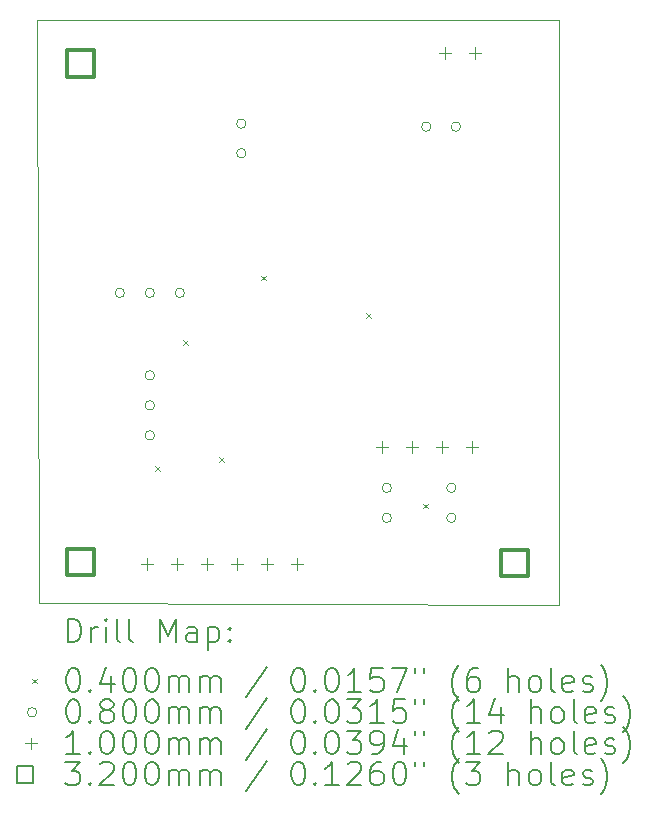
<source format=gbr>
%TF.GenerationSoftware,KiCad,Pcbnew,7.0.7*%
%TF.CreationDate,2024-03-21T17:46:49+00:00*%
%TF.ProjectId,BT401_Digimodes,42543430-315f-4446-9967-696d6f646573,rev?*%
%TF.SameCoordinates,Original*%
%TF.FileFunction,Drillmap*%
%TF.FilePolarity,Positive*%
%FSLAX45Y45*%
G04 Gerber Fmt 4.5, Leading zero omitted, Abs format (unit mm)*
G04 Created by KiCad (PCBNEW 7.0.7) date 2024-03-21 17:46:49*
%MOMM*%
%LPD*%
G01*
G04 APERTURE LIST*
%ADD10C,0.100000*%
%ADD11C,0.200000*%
%ADD12C,0.040000*%
%ADD13C,0.080000*%
%ADD14C,0.320000*%
G04 APERTURE END LIST*
D10*
X12700000Y-5194300D02*
X17119600Y-5194300D01*
X12712700Y-10134600D02*
X12700000Y-5194300D01*
X17119600Y-5194300D02*
X17119600Y-10147300D01*
X17119600Y-10147300D02*
X12712700Y-10134600D01*
D11*
D12*
X13696000Y-8971600D02*
X13736000Y-9011600D01*
X13736000Y-8971600D02*
X13696000Y-9011600D01*
X13937300Y-7904800D02*
X13977300Y-7944800D01*
X13977300Y-7904800D02*
X13937300Y-7944800D01*
X14242100Y-8895400D02*
X14282100Y-8935400D01*
X14282100Y-8895400D02*
X14242100Y-8935400D01*
X14597700Y-7358700D02*
X14637700Y-7398700D01*
X14637700Y-7358700D02*
X14597700Y-7398700D01*
X15486700Y-7676200D02*
X15526700Y-7716200D01*
X15526700Y-7676200D02*
X15486700Y-7716200D01*
X15969300Y-9289100D02*
X16009300Y-9329100D01*
X16009300Y-9289100D02*
X15969300Y-9329100D01*
D13*
X13438500Y-7505700D02*
G75*
G03*
X13438500Y-7505700I-40000J0D01*
G01*
X13692500Y-7505700D02*
G75*
G03*
X13692500Y-7505700I-40000J0D01*
G01*
X13692500Y-8204200D02*
G75*
G03*
X13692500Y-8204200I-40000J0D01*
G01*
X13692500Y-8458200D02*
G75*
G03*
X13692500Y-8458200I-40000J0D01*
G01*
X13692500Y-8712200D02*
G75*
G03*
X13692500Y-8712200I-40000J0D01*
G01*
X13946500Y-7505700D02*
G75*
G03*
X13946500Y-7505700I-40000J0D01*
G01*
X14467200Y-6073100D02*
G75*
G03*
X14467200Y-6073100I-40000J0D01*
G01*
X14467200Y-6323100D02*
G75*
G03*
X14467200Y-6323100I-40000J0D01*
G01*
X15699100Y-9156700D02*
G75*
G03*
X15699100Y-9156700I-40000J0D01*
G01*
X15699100Y-9410700D02*
G75*
G03*
X15699100Y-9410700I-40000J0D01*
G01*
X16033300Y-6098500D02*
G75*
G03*
X16033300Y-6098500I-40000J0D01*
G01*
X16245200Y-9156700D02*
G75*
G03*
X16245200Y-9156700I-40000J0D01*
G01*
X16245200Y-9410700D02*
G75*
G03*
X16245200Y-9410700I-40000J0D01*
G01*
X16283300Y-6098500D02*
G75*
G03*
X16283300Y-6098500I-40000J0D01*
G01*
D10*
X13627100Y-9754400D02*
X13627100Y-9854400D01*
X13577100Y-9804400D02*
X13677100Y-9804400D01*
X13881100Y-9754400D02*
X13881100Y-9854400D01*
X13831100Y-9804400D02*
X13931100Y-9804400D01*
X14135100Y-9754400D02*
X14135100Y-9854400D01*
X14085100Y-9804400D02*
X14185100Y-9804400D01*
X14389100Y-9754400D02*
X14389100Y-9854400D01*
X14339100Y-9804400D02*
X14439100Y-9804400D01*
X14643100Y-9754400D02*
X14643100Y-9854400D01*
X14593100Y-9804400D02*
X14693100Y-9804400D01*
X14897100Y-9754400D02*
X14897100Y-9854400D01*
X14847100Y-9804400D02*
X14947100Y-9804400D01*
X15621000Y-8763800D02*
X15621000Y-8863800D01*
X15571000Y-8813800D02*
X15671000Y-8813800D01*
X15875000Y-8763800D02*
X15875000Y-8863800D01*
X15825000Y-8813800D02*
X15925000Y-8813800D01*
X16129000Y-8763800D02*
X16129000Y-8863800D01*
X16079000Y-8813800D02*
X16179000Y-8813800D01*
X16154400Y-5423700D02*
X16154400Y-5523700D01*
X16104400Y-5473700D02*
X16204400Y-5473700D01*
X16383000Y-8763800D02*
X16383000Y-8863800D01*
X16333000Y-8813800D02*
X16433000Y-8813800D01*
X16408400Y-5423700D02*
X16408400Y-5523700D01*
X16358400Y-5473700D02*
X16458400Y-5473700D01*
D14*
X13178898Y-9897218D02*
X13178898Y-9670942D01*
X12952622Y-9670942D01*
X12952622Y-9897218D01*
X13178898Y-9897218D01*
X13181438Y-5675738D02*
X13181438Y-5449462D01*
X12955162Y-5449462D01*
X12955162Y-5675738D01*
X13181438Y-5675738D01*
X16851738Y-9904838D02*
X16851738Y-9678562D01*
X16625462Y-9678562D01*
X16625462Y-9904838D01*
X16851738Y-9904838D01*
D11*
X12955777Y-10463784D02*
X12955777Y-10263784D01*
X12955777Y-10263784D02*
X13003396Y-10263784D01*
X13003396Y-10263784D02*
X13031967Y-10273308D01*
X13031967Y-10273308D02*
X13051015Y-10292355D01*
X13051015Y-10292355D02*
X13060539Y-10311403D01*
X13060539Y-10311403D02*
X13070062Y-10349498D01*
X13070062Y-10349498D02*
X13070062Y-10378070D01*
X13070062Y-10378070D02*
X13060539Y-10416165D01*
X13060539Y-10416165D02*
X13051015Y-10435212D01*
X13051015Y-10435212D02*
X13031967Y-10454260D01*
X13031967Y-10454260D02*
X13003396Y-10463784D01*
X13003396Y-10463784D02*
X12955777Y-10463784D01*
X13155777Y-10463784D02*
X13155777Y-10330450D01*
X13155777Y-10368546D02*
X13165301Y-10349498D01*
X13165301Y-10349498D02*
X13174824Y-10339974D01*
X13174824Y-10339974D02*
X13193872Y-10330450D01*
X13193872Y-10330450D02*
X13212920Y-10330450D01*
X13279586Y-10463784D02*
X13279586Y-10330450D01*
X13279586Y-10263784D02*
X13270062Y-10273308D01*
X13270062Y-10273308D02*
X13279586Y-10282831D01*
X13279586Y-10282831D02*
X13289110Y-10273308D01*
X13289110Y-10273308D02*
X13279586Y-10263784D01*
X13279586Y-10263784D02*
X13279586Y-10282831D01*
X13403396Y-10463784D02*
X13384348Y-10454260D01*
X13384348Y-10454260D02*
X13374824Y-10435212D01*
X13374824Y-10435212D02*
X13374824Y-10263784D01*
X13508158Y-10463784D02*
X13489110Y-10454260D01*
X13489110Y-10454260D02*
X13479586Y-10435212D01*
X13479586Y-10435212D02*
X13479586Y-10263784D01*
X13736729Y-10463784D02*
X13736729Y-10263784D01*
X13736729Y-10263784D02*
X13803396Y-10406641D01*
X13803396Y-10406641D02*
X13870062Y-10263784D01*
X13870062Y-10263784D02*
X13870062Y-10463784D01*
X14051015Y-10463784D02*
X14051015Y-10359022D01*
X14051015Y-10359022D02*
X14041491Y-10339974D01*
X14041491Y-10339974D02*
X14022443Y-10330450D01*
X14022443Y-10330450D02*
X13984348Y-10330450D01*
X13984348Y-10330450D02*
X13965301Y-10339974D01*
X14051015Y-10454260D02*
X14031967Y-10463784D01*
X14031967Y-10463784D02*
X13984348Y-10463784D01*
X13984348Y-10463784D02*
X13965301Y-10454260D01*
X13965301Y-10454260D02*
X13955777Y-10435212D01*
X13955777Y-10435212D02*
X13955777Y-10416165D01*
X13955777Y-10416165D02*
X13965301Y-10397117D01*
X13965301Y-10397117D02*
X13984348Y-10387593D01*
X13984348Y-10387593D02*
X14031967Y-10387593D01*
X14031967Y-10387593D02*
X14051015Y-10378070D01*
X14146253Y-10330450D02*
X14146253Y-10530450D01*
X14146253Y-10339974D02*
X14165301Y-10330450D01*
X14165301Y-10330450D02*
X14203396Y-10330450D01*
X14203396Y-10330450D02*
X14222443Y-10339974D01*
X14222443Y-10339974D02*
X14231967Y-10349498D01*
X14231967Y-10349498D02*
X14241491Y-10368546D01*
X14241491Y-10368546D02*
X14241491Y-10425689D01*
X14241491Y-10425689D02*
X14231967Y-10444736D01*
X14231967Y-10444736D02*
X14222443Y-10454260D01*
X14222443Y-10454260D02*
X14203396Y-10463784D01*
X14203396Y-10463784D02*
X14165301Y-10463784D01*
X14165301Y-10463784D02*
X14146253Y-10454260D01*
X14327205Y-10444736D02*
X14336729Y-10454260D01*
X14336729Y-10454260D02*
X14327205Y-10463784D01*
X14327205Y-10463784D02*
X14317682Y-10454260D01*
X14317682Y-10454260D02*
X14327205Y-10444736D01*
X14327205Y-10444736D02*
X14327205Y-10463784D01*
X14327205Y-10339974D02*
X14336729Y-10349498D01*
X14336729Y-10349498D02*
X14327205Y-10359022D01*
X14327205Y-10359022D02*
X14317682Y-10349498D01*
X14317682Y-10349498D02*
X14327205Y-10339974D01*
X14327205Y-10339974D02*
X14327205Y-10359022D01*
D12*
X12655000Y-10772300D02*
X12695000Y-10812300D01*
X12695000Y-10772300D02*
X12655000Y-10812300D01*
D11*
X12993872Y-10683784D02*
X13012920Y-10683784D01*
X13012920Y-10683784D02*
X13031967Y-10693308D01*
X13031967Y-10693308D02*
X13041491Y-10702831D01*
X13041491Y-10702831D02*
X13051015Y-10721879D01*
X13051015Y-10721879D02*
X13060539Y-10759974D01*
X13060539Y-10759974D02*
X13060539Y-10807593D01*
X13060539Y-10807593D02*
X13051015Y-10845689D01*
X13051015Y-10845689D02*
X13041491Y-10864736D01*
X13041491Y-10864736D02*
X13031967Y-10874260D01*
X13031967Y-10874260D02*
X13012920Y-10883784D01*
X13012920Y-10883784D02*
X12993872Y-10883784D01*
X12993872Y-10883784D02*
X12974824Y-10874260D01*
X12974824Y-10874260D02*
X12965301Y-10864736D01*
X12965301Y-10864736D02*
X12955777Y-10845689D01*
X12955777Y-10845689D02*
X12946253Y-10807593D01*
X12946253Y-10807593D02*
X12946253Y-10759974D01*
X12946253Y-10759974D02*
X12955777Y-10721879D01*
X12955777Y-10721879D02*
X12965301Y-10702831D01*
X12965301Y-10702831D02*
X12974824Y-10693308D01*
X12974824Y-10693308D02*
X12993872Y-10683784D01*
X13146253Y-10864736D02*
X13155777Y-10874260D01*
X13155777Y-10874260D02*
X13146253Y-10883784D01*
X13146253Y-10883784D02*
X13136729Y-10874260D01*
X13136729Y-10874260D02*
X13146253Y-10864736D01*
X13146253Y-10864736D02*
X13146253Y-10883784D01*
X13327205Y-10750450D02*
X13327205Y-10883784D01*
X13279586Y-10674260D02*
X13231967Y-10817117D01*
X13231967Y-10817117D02*
X13355777Y-10817117D01*
X13470062Y-10683784D02*
X13489110Y-10683784D01*
X13489110Y-10683784D02*
X13508158Y-10693308D01*
X13508158Y-10693308D02*
X13517682Y-10702831D01*
X13517682Y-10702831D02*
X13527205Y-10721879D01*
X13527205Y-10721879D02*
X13536729Y-10759974D01*
X13536729Y-10759974D02*
X13536729Y-10807593D01*
X13536729Y-10807593D02*
X13527205Y-10845689D01*
X13527205Y-10845689D02*
X13517682Y-10864736D01*
X13517682Y-10864736D02*
X13508158Y-10874260D01*
X13508158Y-10874260D02*
X13489110Y-10883784D01*
X13489110Y-10883784D02*
X13470062Y-10883784D01*
X13470062Y-10883784D02*
X13451015Y-10874260D01*
X13451015Y-10874260D02*
X13441491Y-10864736D01*
X13441491Y-10864736D02*
X13431967Y-10845689D01*
X13431967Y-10845689D02*
X13422443Y-10807593D01*
X13422443Y-10807593D02*
X13422443Y-10759974D01*
X13422443Y-10759974D02*
X13431967Y-10721879D01*
X13431967Y-10721879D02*
X13441491Y-10702831D01*
X13441491Y-10702831D02*
X13451015Y-10693308D01*
X13451015Y-10693308D02*
X13470062Y-10683784D01*
X13660539Y-10683784D02*
X13679586Y-10683784D01*
X13679586Y-10683784D02*
X13698634Y-10693308D01*
X13698634Y-10693308D02*
X13708158Y-10702831D01*
X13708158Y-10702831D02*
X13717682Y-10721879D01*
X13717682Y-10721879D02*
X13727205Y-10759974D01*
X13727205Y-10759974D02*
X13727205Y-10807593D01*
X13727205Y-10807593D02*
X13717682Y-10845689D01*
X13717682Y-10845689D02*
X13708158Y-10864736D01*
X13708158Y-10864736D02*
X13698634Y-10874260D01*
X13698634Y-10874260D02*
X13679586Y-10883784D01*
X13679586Y-10883784D02*
X13660539Y-10883784D01*
X13660539Y-10883784D02*
X13641491Y-10874260D01*
X13641491Y-10874260D02*
X13631967Y-10864736D01*
X13631967Y-10864736D02*
X13622443Y-10845689D01*
X13622443Y-10845689D02*
X13612920Y-10807593D01*
X13612920Y-10807593D02*
X13612920Y-10759974D01*
X13612920Y-10759974D02*
X13622443Y-10721879D01*
X13622443Y-10721879D02*
X13631967Y-10702831D01*
X13631967Y-10702831D02*
X13641491Y-10693308D01*
X13641491Y-10693308D02*
X13660539Y-10683784D01*
X13812920Y-10883784D02*
X13812920Y-10750450D01*
X13812920Y-10769498D02*
X13822443Y-10759974D01*
X13822443Y-10759974D02*
X13841491Y-10750450D01*
X13841491Y-10750450D02*
X13870063Y-10750450D01*
X13870063Y-10750450D02*
X13889110Y-10759974D01*
X13889110Y-10759974D02*
X13898634Y-10779022D01*
X13898634Y-10779022D02*
X13898634Y-10883784D01*
X13898634Y-10779022D02*
X13908158Y-10759974D01*
X13908158Y-10759974D02*
X13927205Y-10750450D01*
X13927205Y-10750450D02*
X13955777Y-10750450D01*
X13955777Y-10750450D02*
X13974824Y-10759974D01*
X13974824Y-10759974D02*
X13984348Y-10779022D01*
X13984348Y-10779022D02*
X13984348Y-10883784D01*
X14079586Y-10883784D02*
X14079586Y-10750450D01*
X14079586Y-10769498D02*
X14089110Y-10759974D01*
X14089110Y-10759974D02*
X14108158Y-10750450D01*
X14108158Y-10750450D02*
X14136729Y-10750450D01*
X14136729Y-10750450D02*
X14155777Y-10759974D01*
X14155777Y-10759974D02*
X14165301Y-10779022D01*
X14165301Y-10779022D02*
X14165301Y-10883784D01*
X14165301Y-10779022D02*
X14174824Y-10759974D01*
X14174824Y-10759974D02*
X14193872Y-10750450D01*
X14193872Y-10750450D02*
X14222443Y-10750450D01*
X14222443Y-10750450D02*
X14241491Y-10759974D01*
X14241491Y-10759974D02*
X14251015Y-10779022D01*
X14251015Y-10779022D02*
X14251015Y-10883784D01*
X14641491Y-10674260D02*
X14470063Y-10931403D01*
X14898634Y-10683784D02*
X14917682Y-10683784D01*
X14917682Y-10683784D02*
X14936729Y-10693308D01*
X14936729Y-10693308D02*
X14946253Y-10702831D01*
X14946253Y-10702831D02*
X14955777Y-10721879D01*
X14955777Y-10721879D02*
X14965301Y-10759974D01*
X14965301Y-10759974D02*
X14965301Y-10807593D01*
X14965301Y-10807593D02*
X14955777Y-10845689D01*
X14955777Y-10845689D02*
X14946253Y-10864736D01*
X14946253Y-10864736D02*
X14936729Y-10874260D01*
X14936729Y-10874260D02*
X14917682Y-10883784D01*
X14917682Y-10883784D02*
X14898634Y-10883784D01*
X14898634Y-10883784D02*
X14879586Y-10874260D01*
X14879586Y-10874260D02*
X14870063Y-10864736D01*
X14870063Y-10864736D02*
X14860539Y-10845689D01*
X14860539Y-10845689D02*
X14851015Y-10807593D01*
X14851015Y-10807593D02*
X14851015Y-10759974D01*
X14851015Y-10759974D02*
X14860539Y-10721879D01*
X14860539Y-10721879D02*
X14870063Y-10702831D01*
X14870063Y-10702831D02*
X14879586Y-10693308D01*
X14879586Y-10693308D02*
X14898634Y-10683784D01*
X15051015Y-10864736D02*
X15060539Y-10874260D01*
X15060539Y-10874260D02*
X15051015Y-10883784D01*
X15051015Y-10883784D02*
X15041491Y-10874260D01*
X15041491Y-10874260D02*
X15051015Y-10864736D01*
X15051015Y-10864736D02*
X15051015Y-10883784D01*
X15184348Y-10683784D02*
X15203396Y-10683784D01*
X15203396Y-10683784D02*
X15222444Y-10693308D01*
X15222444Y-10693308D02*
X15231967Y-10702831D01*
X15231967Y-10702831D02*
X15241491Y-10721879D01*
X15241491Y-10721879D02*
X15251015Y-10759974D01*
X15251015Y-10759974D02*
X15251015Y-10807593D01*
X15251015Y-10807593D02*
X15241491Y-10845689D01*
X15241491Y-10845689D02*
X15231967Y-10864736D01*
X15231967Y-10864736D02*
X15222444Y-10874260D01*
X15222444Y-10874260D02*
X15203396Y-10883784D01*
X15203396Y-10883784D02*
X15184348Y-10883784D01*
X15184348Y-10883784D02*
X15165301Y-10874260D01*
X15165301Y-10874260D02*
X15155777Y-10864736D01*
X15155777Y-10864736D02*
X15146253Y-10845689D01*
X15146253Y-10845689D02*
X15136729Y-10807593D01*
X15136729Y-10807593D02*
X15136729Y-10759974D01*
X15136729Y-10759974D02*
X15146253Y-10721879D01*
X15146253Y-10721879D02*
X15155777Y-10702831D01*
X15155777Y-10702831D02*
X15165301Y-10693308D01*
X15165301Y-10693308D02*
X15184348Y-10683784D01*
X15441491Y-10883784D02*
X15327206Y-10883784D01*
X15384348Y-10883784D02*
X15384348Y-10683784D01*
X15384348Y-10683784D02*
X15365301Y-10712355D01*
X15365301Y-10712355D02*
X15346253Y-10731403D01*
X15346253Y-10731403D02*
X15327206Y-10740927D01*
X15622444Y-10683784D02*
X15527206Y-10683784D01*
X15527206Y-10683784D02*
X15517682Y-10779022D01*
X15517682Y-10779022D02*
X15527206Y-10769498D01*
X15527206Y-10769498D02*
X15546253Y-10759974D01*
X15546253Y-10759974D02*
X15593872Y-10759974D01*
X15593872Y-10759974D02*
X15612920Y-10769498D01*
X15612920Y-10769498D02*
X15622444Y-10779022D01*
X15622444Y-10779022D02*
X15631967Y-10798070D01*
X15631967Y-10798070D02*
X15631967Y-10845689D01*
X15631967Y-10845689D02*
X15622444Y-10864736D01*
X15622444Y-10864736D02*
X15612920Y-10874260D01*
X15612920Y-10874260D02*
X15593872Y-10883784D01*
X15593872Y-10883784D02*
X15546253Y-10883784D01*
X15546253Y-10883784D02*
X15527206Y-10874260D01*
X15527206Y-10874260D02*
X15517682Y-10864736D01*
X15698634Y-10683784D02*
X15831967Y-10683784D01*
X15831967Y-10683784D02*
X15746253Y-10883784D01*
X15898634Y-10683784D02*
X15898634Y-10721879D01*
X15974825Y-10683784D02*
X15974825Y-10721879D01*
X16270063Y-10959974D02*
X16260539Y-10950450D01*
X16260539Y-10950450D02*
X16241491Y-10921879D01*
X16241491Y-10921879D02*
X16231968Y-10902831D01*
X16231968Y-10902831D02*
X16222444Y-10874260D01*
X16222444Y-10874260D02*
X16212920Y-10826641D01*
X16212920Y-10826641D02*
X16212920Y-10788546D01*
X16212920Y-10788546D02*
X16222444Y-10740927D01*
X16222444Y-10740927D02*
X16231968Y-10712355D01*
X16231968Y-10712355D02*
X16241491Y-10693308D01*
X16241491Y-10693308D02*
X16260539Y-10664736D01*
X16260539Y-10664736D02*
X16270063Y-10655212D01*
X16431968Y-10683784D02*
X16393872Y-10683784D01*
X16393872Y-10683784D02*
X16374825Y-10693308D01*
X16374825Y-10693308D02*
X16365301Y-10702831D01*
X16365301Y-10702831D02*
X16346253Y-10731403D01*
X16346253Y-10731403D02*
X16336729Y-10769498D01*
X16336729Y-10769498D02*
X16336729Y-10845689D01*
X16336729Y-10845689D02*
X16346253Y-10864736D01*
X16346253Y-10864736D02*
X16355777Y-10874260D01*
X16355777Y-10874260D02*
X16374825Y-10883784D01*
X16374825Y-10883784D02*
X16412920Y-10883784D01*
X16412920Y-10883784D02*
X16431968Y-10874260D01*
X16431968Y-10874260D02*
X16441491Y-10864736D01*
X16441491Y-10864736D02*
X16451015Y-10845689D01*
X16451015Y-10845689D02*
X16451015Y-10798070D01*
X16451015Y-10798070D02*
X16441491Y-10779022D01*
X16441491Y-10779022D02*
X16431968Y-10769498D01*
X16431968Y-10769498D02*
X16412920Y-10759974D01*
X16412920Y-10759974D02*
X16374825Y-10759974D01*
X16374825Y-10759974D02*
X16355777Y-10769498D01*
X16355777Y-10769498D02*
X16346253Y-10779022D01*
X16346253Y-10779022D02*
X16336729Y-10798070D01*
X16689110Y-10883784D02*
X16689110Y-10683784D01*
X16774825Y-10883784D02*
X16774825Y-10779022D01*
X16774825Y-10779022D02*
X16765301Y-10759974D01*
X16765301Y-10759974D02*
X16746253Y-10750450D01*
X16746253Y-10750450D02*
X16717682Y-10750450D01*
X16717682Y-10750450D02*
X16698634Y-10759974D01*
X16698634Y-10759974D02*
X16689110Y-10769498D01*
X16898634Y-10883784D02*
X16879587Y-10874260D01*
X16879587Y-10874260D02*
X16870063Y-10864736D01*
X16870063Y-10864736D02*
X16860539Y-10845689D01*
X16860539Y-10845689D02*
X16860539Y-10788546D01*
X16860539Y-10788546D02*
X16870063Y-10769498D01*
X16870063Y-10769498D02*
X16879587Y-10759974D01*
X16879587Y-10759974D02*
X16898634Y-10750450D01*
X16898634Y-10750450D02*
X16927206Y-10750450D01*
X16927206Y-10750450D02*
X16946253Y-10759974D01*
X16946253Y-10759974D02*
X16955777Y-10769498D01*
X16955777Y-10769498D02*
X16965301Y-10788546D01*
X16965301Y-10788546D02*
X16965301Y-10845689D01*
X16965301Y-10845689D02*
X16955777Y-10864736D01*
X16955777Y-10864736D02*
X16946253Y-10874260D01*
X16946253Y-10874260D02*
X16927206Y-10883784D01*
X16927206Y-10883784D02*
X16898634Y-10883784D01*
X17079587Y-10883784D02*
X17060539Y-10874260D01*
X17060539Y-10874260D02*
X17051015Y-10855212D01*
X17051015Y-10855212D02*
X17051015Y-10683784D01*
X17231968Y-10874260D02*
X17212920Y-10883784D01*
X17212920Y-10883784D02*
X17174825Y-10883784D01*
X17174825Y-10883784D02*
X17155777Y-10874260D01*
X17155777Y-10874260D02*
X17146253Y-10855212D01*
X17146253Y-10855212D02*
X17146253Y-10779022D01*
X17146253Y-10779022D02*
X17155777Y-10759974D01*
X17155777Y-10759974D02*
X17174825Y-10750450D01*
X17174825Y-10750450D02*
X17212920Y-10750450D01*
X17212920Y-10750450D02*
X17231968Y-10759974D01*
X17231968Y-10759974D02*
X17241492Y-10779022D01*
X17241492Y-10779022D02*
X17241492Y-10798070D01*
X17241492Y-10798070D02*
X17146253Y-10817117D01*
X17317682Y-10874260D02*
X17336730Y-10883784D01*
X17336730Y-10883784D02*
X17374825Y-10883784D01*
X17374825Y-10883784D02*
X17393873Y-10874260D01*
X17393873Y-10874260D02*
X17403396Y-10855212D01*
X17403396Y-10855212D02*
X17403396Y-10845689D01*
X17403396Y-10845689D02*
X17393873Y-10826641D01*
X17393873Y-10826641D02*
X17374825Y-10817117D01*
X17374825Y-10817117D02*
X17346253Y-10817117D01*
X17346253Y-10817117D02*
X17327206Y-10807593D01*
X17327206Y-10807593D02*
X17317682Y-10788546D01*
X17317682Y-10788546D02*
X17317682Y-10779022D01*
X17317682Y-10779022D02*
X17327206Y-10759974D01*
X17327206Y-10759974D02*
X17346253Y-10750450D01*
X17346253Y-10750450D02*
X17374825Y-10750450D01*
X17374825Y-10750450D02*
X17393873Y-10759974D01*
X17470063Y-10959974D02*
X17479587Y-10950450D01*
X17479587Y-10950450D02*
X17498634Y-10921879D01*
X17498634Y-10921879D02*
X17508158Y-10902831D01*
X17508158Y-10902831D02*
X17517682Y-10874260D01*
X17517682Y-10874260D02*
X17527206Y-10826641D01*
X17527206Y-10826641D02*
X17527206Y-10788546D01*
X17527206Y-10788546D02*
X17517682Y-10740927D01*
X17517682Y-10740927D02*
X17508158Y-10712355D01*
X17508158Y-10712355D02*
X17498634Y-10693308D01*
X17498634Y-10693308D02*
X17479587Y-10664736D01*
X17479587Y-10664736D02*
X17470063Y-10655212D01*
D13*
X12695000Y-11056300D02*
G75*
G03*
X12695000Y-11056300I-40000J0D01*
G01*
D11*
X12993872Y-10947784D02*
X13012920Y-10947784D01*
X13012920Y-10947784D02*
X13031967Y-10957308D01*
X13031967Y-10957308D02*
X13041491Y-10966831D01*
X13041491Y-10966831D02*
X13051015Y-10985879D01*
X13051015Y-10985879D02*
X13060539Y-11023974D01*
X13060539Y-11023974D02*
X13060539Y-11071593D01*
X13060539Y-11071593D02*
X13051015Y-11109689D01*
X13051015Y-11109689D02*
X13041491Y-11128736D01*
X13041491Y-11128736D02*
X13031967Y-11138260D01*
X13031967Y-11138260D02*
X13012920Y-11147784D01*
X13012920Y-11147784D02*
X12993872Y-11147784D01*
X12993872Y-11147784D02*
X12974824Y-11138260D01*
X12974824Y-11138260D02*
X12965301Y-11128736D01*
X12965301Y-11128736D02*
X12955777Y-11109689D01*
X12955777Y-11109689D02*
X12946253Y-11071593D01*
X12946253Y-11071593D02*
X12946253Y-11023974D01*
X12946253Y-11023974D02*
X12955777Y-10985879D01*
X12955777Y-10985879D02*
X12965301Y-10966831D01*
X12965301Y-10966831D02*
X12974824Y-10957308D01*
X12974824Y-10957308D02*
X12993872Y-10947784D01*
X13146253Y-11128736D02*
X13155777Y-11138260D01*
X13155777Y-11138260D02*
X13146253Y-11147784D01*
X13146253Y-11147784D02*
X13136729Y-11138260D01*
X13136729Y-11138260D02*
X13146253Y-11128736D01*
X13146253Y-11128736D02*
X13146253Y-11147784D01*
X13270062Y-11033498D02*
X13251015Y-11023974D01*
X13251015Y-11023974D02*
X13241491Y-11014450D01*
X13241491Y-11014450D02*
X13231967Y-10995403D01*
X13231967Y-10995403D02*
X13231967Y-10985879D01*
X13231967Y-10985879D02*
X13241491Y-10966831D01*
X13241491Y-10966831D02*
X13251015Y-10957308D01*
X13251015Y-10957308D02*
X13270062Y-10947784D01*
X13270062Y-10947784D02*
X13308158Y-10947784D01*
X13308158Y-10947784D02*
X13327205Y-10957308D01*
X13327205Y-10957308D02*
X13336729Y-10966831D01*
X13336729Y-10966831D02*
X13346253Y-10985879D01*
X13346253Y-10985879D02*
X13346253Y-10995403D01*
X13346253Y-10995403D02*
X13336729Y-11014450D01*
X13336729Y-11014450D02*
X13327205Y-11023974D01*
X13327205Y-11023974D02*
X13308158Y-11033498D01*
X13308158Y-11033498D02*
X13270062Y-11033498D01*
X13270062Y-11033498D02*
X13251015Y-11043022D01*
X13251015Y-11043022D02*
X13241491Y-11052546D01*
X13241491Y-11052546D02*
X13231967Y-11071593D01*
X13231967Y-11071593D02*
X13231967Y-11109689D01*
X13231967Y-11109689D02*
X13241491Y-11128736D01*
X13241491Y-11128736D02*
X13251015Y-11138260D01*
X13251015Y-11138260D02*
X13270062Y-11147784D01*
X13270062Y-11147784D02*
X13308158Y-11147784D01*
X13308158Y-11147784D02*
X13327205Y-11138260D01*
X13327205Y-11138260D02*
X13336729Y-11128736D01*
X13336729Y-11128736D02*
X13346253Y-11109689D01*
X13346253Y-11109689D02*
X13346253Y-11071593D01*
X13346253Y-11071593D02*
X13336729Y-11052546D01*
X13336729Y-11052546D02*
X13327205Y-11043022D01*
X13327205Y-11043022D02*
X13308158Y-11033498D01*
X13470062Y-10947784D02*
X13489110Y-10947784D01*
X13489110Y-10947784D02*
X13508158Y-10957308D01*
X13508158Y-10957308D02*
X13517682Y-10966831D01*
X13517682Y-10966831D02*
X13527205Y-10985879D01*
X13527205Y-10985879D02*
X13536729Y-11023974D01*
X13536729Y-11023974D02*
X13536729Y-11071593D01*
X13536729Y-11071593D02*
X13527205Y-11109689D01*
X13527205Y-11109689D02*
X13517682Y-11128736D01*
X13517682Y-11128736D02*
X13508158Y-11138260D01*
X13508158Y-11138260D02*
X13489110Y-11147784D01*
X13489110Y-11147784D02*
X13470062Y-11147784D01*
X13470062Y-11147784D02*
X13451015Y-11138260D01*
X13451015Y-11138260D02*
X13441491Y-11128736D01*
X13441491Y-11128736D02*
X13431967Y-11109689D01*
X13431967Y-11109689D02*
X13422443Y-11071593D01*
X13422443Y-11071593D02*
X13422443Y-11023974D01*
X13422443Y-11023974D02*
X13431967Y-10985879D01*
X13431967Y-10985879D02*
X13441491Y-10966831D01*
X13441491Y-10966831D02*
X13451015Y-10957308D01*
X13451015Y-10957308D02*
X13470062Y-10947784D01*
X13660539Y-10947784D02*
X13679586Y-10947784D01*
X13679586Y-10947784D02*
X13698634Y-10957308D01*
X13698634Y-10957308D02*
X13708158Y-10966831D01*
X13708158Y-10966831D02*
X13717682Y-10985879D01*
X13717682Y-10985879D02*
X13727205Y-11023974D01*
X13727205Y-11023974D02*
X13727205Y-11071593D01*
X13727205Y-11071593D02*
X13717682Y-11109689D01*
X13717682Y-11109689D02*
X13708158Y-11128736D01*
X13708158Y-11128736D02*
X13698634Y-11138260D01*
X13698634Y-11138260D02*
X13679586Y-11147784D01*
X13679586Y-11147784D02*
X13660539Y-11147784D01*
X13660539Y-11147784D02*
X13641491Y-11138260D01*
X13641491Y-11138260D02*
X13631967Y-11128736D01*
X13631967Y-11128736D02*
X13622443Y-11109689D01*
X13622443Y-11109689D02*
X13612920Y-11071593D01*
X13612920Y-11071593D02*
X13612920Y-11023974D01*
X13612920Y-11023974D02*
X13622443Y-10985879D01*
X13622443Y-10985879D02*
X13631967Y-10966831D01*
X13631967Y-10966831D02*
X13641491Y-10957308D01*
X13641491Y-10957308D02*
X13660539Y-10947784D01*
X13812920Y-11147784D02*
X13812920Y-11014450D01*
X13812920Y-11033498D02*
X13822443Y-11023974D01*
X13822443Y-11023974D02*
X13841491Y-11014450D01*
X13841491Y-11014450D02*
X13870063Y-11014450D01*
X13870063Y-11014450D02*
X13889110Y-11023974D01*
X13889110Y-11023974D02*
X13898634Y-11043022D01*
X13898634Y-11043022D02*
X13898634Y-11147784D01*
X13898634Y-11043022D02*
X13908158Y-11023974D01*
X13908158Y-11023974D02*
X13927205Y-11014450D01*
X13927205Y-11014450D02*
X13955777Y-11014450D01*
X13955777Y-11014450D02*
X13974824Y-11023974D01*
X13974824Y-11023974D02*
X13984348Y-11043022D01*
X13984348Y-11043022D02*
X13984348Y-11147784D01*
X14079586Y-11147784D02*
X14079586Y-11014450D01*
X14079586Y-11033498D02*
X14089110Y-11023974D01*
X14089110Y-11023974D02*
X14108158Y-11014450D01*
X14108158Y-11014450D02*
X14136729Y-11014450D01*
X14136729Y-11014450D02*
X14155777Y-11023974D01*
X14155777Y-11023974D02*
X14165301Y-11043022D01*
X14165301Y-11043022D02*
X14165301Y-11147784D01*
X14165301Y-11043022D02*
X14174824Y-11023974D01*
X14174824Y-11023974D02*
X14193872Y-11014450D01*
X14193872Y-11014450D02*
X14222443Y-11014450D01*
X14222443Y-11014450D02*
X14241491Y-11023974D01*
X14241491Y-11023974D02*
X14251015Y-11043022D01*
X14251015Y-11043022D02*
X14251015Y-11147784D01*
X14641491Y-10938260D02*
X14470063Y-11195403D01*
X14898634Y-10947784D02*
X14917682Y-10947784D01*
X14917682Y-10947784D02*
X14936729Y-10957308D01*
X14936729Y-10957308D02*
X14946253Y-10966831D01*
X14946253Y-10966831D02*
X14955777Y-10985879D01*
X14955777Y-10985879D02*
X14965301Y-11023974D01*
X14965301Y-11023974D02*
X14965301Y-11071593D01*
X14965301Y-11071593D02*
X14955777Y-11109689D01*
X14955777Y-11109689D02*
X14946253Y-11128736D01*
X14946253Y-11128736D02*
X14936729Y-11138260D01*
X14936729Y-11138260D02*
X14917682Y-11147784D01*
X14917682Y-11147784D02*
X14898634Y-11147784D01*
X14898634Y-11147784D02*
X14879586Y-11138260D01*
X14879586Y-11138260D02*
X14870063Y-11128736D01*
X14870063Y-11128736D02*
X14860539Y-11109689D01*
X14860539Y-11109689D02*
X14851015Y-11071593D01*
X14851015Y-11071593D02*
X14851015Y-11023974D01*
X14851015Y-11023974D02*
X14860539Y-10985879D01*
X14860539Y-10985879D02*
X14870063Y-10966831D01*
X14870063Y-10966831D02*
X14879586Y-10957308D01*
X14879586Y-10957308D02*
X14898634Y-10947784D01*
X15051015Y-11128736D02*
X15060539Y-11138260D01*
X15060539Y-11138260D02*
X15051015Y-11147784D01*
X15051015Y-11147784D02*
X15041491Y-11138260D01*
X15041491Y-11138260D02*
X15051015Y-11128736D01*
X15051015Y-11128736D02*
X15051015Y-11147784D01*
X15184348Y-10947784D02*
X15203396Y-10947784D01*
X15203396Y-10947784D02*
X15222444Y-10957308D01*
X15222444Y-10957308D02*
X15231967Y-10966831D01*
X15231967Y-10966831D02*
X15241491Y-10985879D01*
X15241491Y-10985879D02*
X15251015Y-11023974D01*
X15251015Y-11023974D02*
X15251015Y-11071593D01*
X15251015Y-11071593D02*
X15241491Y-11109689D01*
X15241491Y-11109689D02*
X15231967Y-11128736D01*
X15231967Y-11128736D02*
X15222444Y-11138260D01*
X15222444Y-11138260D02*
X15203396Y-11147784D01*
X15203396Y-11147784D02*
X15184348Y-11147784D01*
X15184348Y-11147784D02*
X15165301Y-11138260D01*
X15165301Y-11138260D02*
X15155777Y-11128736D01*
X15155777Y-11128736D02*
X15146253Y-11109689D01*
X15146253Y-11109689D02*
X15136729Y-11071593D01*
X15136729Y-11071593D02*
X15136729Y-11023974D01*
X15136729Y-11023974D02*
X15146253Y-10985879D01*
X15146253Y-10985879D02*
X15155777Y-10966831D01*
X15155777Y-10966831D02*
X15165301Y-10957308D01*
X15165301Y-10957308D02*
X15184348Y-10947784D01*
X15317682Y-10947784D02*
X15441491Y-10947784D01*
X15441491Y-10947784D02*
X15374825Y-11023974D01*
X15374825Y-11023974D02*
X15403396Y-11023974D01*
X15403396Y-11023974D02*
X15422444Y-11033498D01*
X15422444Y-11033498D02*
X15431967Y-11043022D01*
X15431967Y-11043022D02*
X15441491Y-11062070D01*
X15441491Y-11062070D02*
X15441491Y-11109689D01*
X15441491Y-11109689D02*
X15431967Y-11128736D01*
X15431967Y-11128736D02*
X15422444Y-11138260D01*
X15422444Y-11138260D02*
X15403396Y-11147784D01*
X15403396Y-11147784D02*
X15346253Y-11147784D01*
X15346253Y-11147784D02*
X15327206Y-11138260D01*
X15327206Y-11138260D02*
X15317682Y-11128736D01*
X15631967Y-11147784D02*
X15517682Y-11147784D01*
X15574825Y-11147784D02*
X15574825Y-10947784D01*
X15574825Y-10947784D02*
X15555777Y-10976355D01*
X15555777Y-10976355D02*
X15536729Y-10995403D01*
X15536729Y-10995403D02*
X15517682Y-11004927D01*
X15812920Y-10947784D02*
X15717682Y-10947784D01*
X15717682Y-10947784D02*
X15708158Y-11043022D01*
X15708158Y-11043022D02*
X15717682Y-11033498D01*
X15717682Y-11033498D02*
X15736729Y-11023974D01*
X15736729Y-11023974D02*
X15784348Y-11023974D01*
X15784348Y-11023974D02*
X15803396Y-11033498D01*
X15803396Y-11033498D02*
X15812920Y-11043022D01*
X15812920Y-11043022D02*
X15822444Y-11062070D01*
X15822444Y-11062070D02*
X15822444Y-11109689D01*
X15822444Y-11109689D02*
X15812920Y-11128736D01*
X15812920Y-11128736D02*
X15803396Y-11138260D01*
X15803396Y-11138260D02*
X15784348Y-11147784D01*
X15784348Y-11147784D02*
X15736729Y-11147784D01*
X15736729Y-11147784D02*
X15717682Y-11138260D01*
X15717682Y-11138260D02*
X15708158Y-11128736D01*
X15898634Y-10947784D02*
X15898634Y-10985879D01*
X15974825Y-10947784D02*
X15974825Y-10985879D01*
X16270063Y-11223974D02*
X16260539Y-11214450D01*
X16260539Y-11214450D02*
X16241491Y-11185879D01*
X16241491Y-11185879D02*
X16231968Y-11166831D01*
X16231968Y-11166831D02*
X16222444Y-11138260D01*
X16222444Y-11138260D02*
X16212920Y-11090641D01*
X16212920Y-11090641D02*
X16212920Y-11052546D01*
X16212920Y-11052546D02*
X16222444Y-11004927D01*
X16222444Y-11004927D02*
X16231968Y-10976355D01*
X16231968Y-10976355D02*
X16241491Y-10957308D01*
X16241491Y-10957308D02*
X16260539Y-10928736D01*
X16260539Y-10928736D02*
X16270063Y-10919212D01*
X16451015Y-11147784D02*
X16336729Y-11147784D01*
X16393872Y-11147784D02*
X16393872Y-10947784D01*
X16393872Y-10947784D02*
X16374825Y-10976355D01*
X16374825Y-10976355D02*
X16355777Y-10995403D01*
X16355777Y-10995403D02*
X16336729Y-11004927D01*
X16622444Y-11014450D02*
X16622444Y-11147784D01*
X16574825Y-10938260D02*
X16527206Y-11081117D01*
X16527206Y-11081117D02*
X16651015Y-11081117D01*
X16879587Y-11147784D02*
X16879587Y-10947784D01*
X16965301Y-11147784D02*
X16965301Y-11043022D01*
X16965301Y-11043022D02*
X16955777Y-11023974D01*
X16955777Y-11023974D02*
X16936730Y-11014450D01*
X16936730Y-11014450D02*
X16908158Y-11014450D01*
X16908158Y-11014450D02*
X16889111Y-11023974D01*
X16889111Y-11023974D02*
X16879587Y-11033498D01*
X17089111Y-11147784D02*
X17070063Y-11138260D01*
X17070063Y-11138260D02*
X17060539Y-11128736D01*
X17060539Y-11128736D02*
X17051015Y-11109689D01*
X17051015Y-11109689D02*
X17051015Y-11052546D01*
X17051015Y-11052546D02*
X17060539Y-11033498D01*
X17060539Y-11033498D02*
X17070063Y-11023974D01*
X17070063Y-11023974D02*
X17089111Y-11014450D01*
X17089111Y-11014450D02*
X17117682Y-11014450D01*
X17117682Y-11014450D02*
X17136730Y-11023974D01*
X17136730Y-11023974D02*
X17146253Y-11033498D01*
X17146253Y-11033498D02*
X17155777Y-11052546D01*
X17155777Y-11052546D02*
X17155777Y-11109689D01*
X17155777Y-11109689D02*
X17146253Y-11128736D01*
X17146253Y-11128736D02*
X17136730Y-11138260D01*
X17136730Y-11138260D02*
X17117682Y-11147784D01*
X17117682Y-11147784D02*
X17089111Y-11147784D01*
X17270063Y-11147784D02*
X17251015Y-11138260D01*
X17251015Y-11138260D02*
X17241492Y-11119212D01*
X17241492Y-11119212D02*
X17241492Y-10947784D01*
X17422444Y-11138260D02*
X17403396Y-11147784D01*
X17403396Y-11147784D02*
X17365301Y-11147784D01*
X17365301Y-11147784D02*
X17346253Y-11138260D01*
X17346253Y-11138260D02*
X17336730Y-11119212D01*
X17336730Y-11119212D02*
X17336730Y-11043022D01*
X17336730Y-11043022D02*
X17346253Y-11023974D01*
X17346253Y-11023974D02*
X17365301Y-11014450D01*
X17365301Y-11014450D02*
X17403396Y-11014450D01*
X17403396Y-11014450D02*
X17422444Y-11023974D01*
X17422444Y-11023974D02*
X17431968Y-11043022D01*
X17431968Y-11043022D02*
X17431968Y-11062070D01*
X17431968Y-11062070D02*
X17336730Y-11081117D01*
X17508158Y-11138260D02*
X17527206Y-11147784D01*
X17527206Y-11147784D02*
X17565301Y-11147784D01*
X17565301Y-11147784D02*
X17584349Y-11138260D01*
X17584349Y-11138260D02*
X17593873Y-11119212D01*
X17593873Y-11119212D02*
X17593873Y-11109689D01*
X17593873Y-11109689D02*
X17584349Y-11090641D01*
X17584349Y-11090641D02*
X17565301Y-11081117D01*
X17565301Y-11081117D02*
X17536730Y-11081117D01*
X17536730Y-11081117D02*
X17517682Y-11071593D01*
X17517682Y-11071593D02*
X17508158Y-11052546D01*
X17508158Y-11052546D02*
X17508158Y-11043022D01*
X17508158Y-11043022D02*
X17517682Y-11023974D01*
X17517682Y-11023974D02*
X17536730Y-11014450D01*
X17536730Y-11014450D02*
X17565301Y-11014450D01*
X17565301Y-11014450D02*
X17584349Y-11023974D01*
X17660539Y-11223974D02*
X17670063Y-11214450D01*
X17670063Y-11214450D02*
X17689111Y-11185879D01*
X17689111Y-11185879D02*
X17698634Y-11166831D01*
X17698634Y-11166831D02*
X17708158Y-11138260D01*
X17708158Y-11138260D02*
X17717682Y-11090641D01*
X17717682Y-11090641D02*
X17717682Y-11052546D01*
X17717682Y-11052546D02*
X17708158Y-11004927D01*
X17708158Y-11004927D02*
X17698634Y-10976355D01*
X17698634Y-10976355D02*
X17689111Y-10957308D01*
X17689111Y-10957308D02*
X17670063Y-10928736D01*
X17670063Y-10928736D02*
X17660539Y-10919212D01*
D10*
X12645000Y-11270300D02*
X12645000Y-11370300D01*
X12595000Y-11320300D02*
X12695000Y-11320300D01*
D11*
X13060539Y-11411784D02*
X12946253Y-11411784D01*
X13003396Y-11411784D02*
X13003396Y-11211784D01*
X13003396Y-11211784D02*
X12984348Y-11240355D01*
X12984348Y-11240355D02*
X12965301Y-11259403D01*
X12965301Y-11259403D02*
X12946253Y-11268927D01*
X13146253Y-11392736D02*
X13155777Y-11402260D01*
X13155777Y-11402260D02*
X13146253Y-11411784D01*
X13146253Y-11411784D02*
X13136729Y-11402260D01*
X13136729Y-11402260D02*
X13146253Y-11392736D01*
X13146253Y-11392736D02*
X13146253Y-11411784D01*
X13279586Y-11211784D02*
X13298634Y-11211784D01*
X13298634Y-11211784D02*
X13317682Y-11221308D01*
X13317682Y-11221308D02*
X13327205Y-11230831D01*
X13327205Y-11230831D02*
X13336729Y-11249879D01*
X13336729Y-11249879D02*
X13346253Y-11287974D01*
X13346253Y-11287974D02*
X13346253Y-11335593D01*
X13346253Y-11335593D02*
X13336729Y-11373688D01*
X13336729Y-11373688D02*
X13327205Y-11392736D01*
X13327205Y-11392736D02*
X13317682Y-11402260D01*
X13317682Y-11402260D02*
X13298634Y-11411784D01*
X13298634Y-11411784D02*
X13279586Y-11411784D01*
X13279586Y-11411784D02*
X13260539Y-11402260D01*
X13260539Y-11402260D02*
X13251015Y-11392736D01*
X13251015Y-11392736D02*
X13241491Y-11373688D01*
X13241491Y-11373688D02*
X13231967Y-11335593D01*
X13231967Y-11335593D02*
X13231967Y-11287974D01*
X13231967Y-11287974D02*
X13241491Y-11249879D01*
X13241491Y-11249879D02*
X13251015Y-11230831D01*
X13251015Y-11230831D02*
X13260539Y-11221308D01*
X13260539Y-11221308D02*
X13279586Y-11211784D01*
X13470062Y-11211784D02*
X13489110Y-11211784D01*
X13489110Y-11211784D02*
X13508158Y-11221308D01*
X13508158Y-11221308D02*
X13517682Y-11230831D01*
X13517682Y-11230831D02*
X13527205Y-11249879D01*
X13527205Y-11249879D02*
X13536729Y-11287974D01*
X13536729Y-11287974D02*
X13536729Y-11335593D01*
X13536729Y-11335593D02*
X13527205Y-11373688D01*
X13527205Y-11373688D02*
X13517682Y-11392736D01*
X13517682Y-11392736D02*
X13508158Y-11402260D01*
X13508158Y-11402260D02*
X13489110Y-11411784D01*
X13489110Y-11411784D02*
X13470062Y-11411784D01*
X13470062Y-11411784D02*
X13451015Y-11402260D01*
X13451015Y-11402260D02*
X13441491Y-11392736D01*
X13441491Y-11392736D02*
X13431967Y-11373688D01*
X13431967Y-11373688D02*
X13422443Y-11335593D01*
X13422443Y-11335593D02*
X13422443Y-11287974D01*
X13422443Y-11287974D02*
X13431967Y-11249879D01*
X13431967Y-11249879D02*
X13441491Y-11230831D01*
X13441491Y-11230831D02*
X13451015Y-11221308D01*
X13451015Y-11221308D02*
X13470062Y-11211784D01*
X13660539Y-11211784D02*
X13679586Y-11211784D01*
X13679586Y-11211784D02*
X13698634Y-11221308D01*
X13698634Y-11221308D02*
X13708158Y-11230831D01*
X13708158Y-11230831D02*
X13717682Y-11249879D01*
X13717682Y-11249879D02*
X13727205Y-11287974D01*
X13727205Y-11287974D02*
X13727205Y-11335593D01*
X13727205Y-11335593D02*
X13717682Y-11373688D01*
X13717682Y-11373688D02*
X13708158Y-11392736D01*
X13708158Y-11392736D02*
X13698634Y-11402260D01*
X13698634Y-11402260D02*
X13679586Y-11411784D01*
X13679586Y-11411784D02*
X13660539Y-11411784D01*
X13660539Y-11411784D02*
X13641491Y-11402260D01*
X13641491Y-11402260D02*
X13631967Y-11392736D01*
X13631967Y-11392736D02*
X13622443Y-11373688D01*
X13622443Y-11373688D02*
X13612920Y-11335593D01*
X13612920Y-11335593D02*
X13612920Y-11287974D01*
X13612920Y-11287974D02*
X13622443Y-11249879D01*
X13622443Y-11249879D02*
X13631967Y-11230831D01*
X13631967Y-11230831D02*
X13641491Y-11221308D01*
X13641491Y-11221308D02*
X13660539Y-11211784D01*
X13812920Y-11411784D02*
X13812920Y-11278450D01*
X13812920Y-11297498D02*
X13822443Y-11287974D01*
X13822443Y-11287974D02*
X13841491Y-11278450D01*
X13841491Y-11278450D02*
X13870063Y-11278450D01*
X13870063Y-11278450D02*
X13889110Y-11287974D01*
X13889110Y-11287974D02*
X13898634Y-11307022D01*
X13898634Y-11307022D02*
X13898634Y-11411784D01*
X13898634Y-11307022D02*
X13908158Y-11287974D01*
X13908158Y-11287974D02*
X13927205Y-11278450D01*
X13927205Y-11278450D02*
X13955777Y-11278450D01*
X13955777Y-11278450D02*
X13974824Y-11287974D01*
X13974824Y-11287974D02*
X13984348Y-11307022D01*
X13984348Y-11307022D02*
X13984348Y-11411784D01*
X14079586Y-11411784D02*
X14079586Y-11278450D01*
X14079586Y-11297498D02*
X14089110Y-11287974D01*
X14089110Y-11287974D02*
X14108158Y-11278450D01*
X14108158Y-11278450D02*
X14136729Y-11278450D01*
X14136729Y-11278450D02*
X14155777Y-11287974D01*
X14155777Y-11287974D02*
X14165301Y-11307022D01*
X14165301Y-11307022D02*
X14165301Y-11411784D01*
X14165301Y-11307022D02*
X14174824Y-11287974D01*
X14174824Y-11287974D02*
X14193872Y-11278450D01*
X14193872Y-11278450D02*
X14222443Y-11278450D01*
X14222443Y-11278450D02*
X14241491Y-11287974D01*
X14241491Y-11287974D02*
X14251015Y-11307022D01*
X14251015Y-11307022D02*
X14251015Y-11411784D01*
X14641491Y-11202260D02*
X14470063Y-11459403D01*
X14898634Y-11211784D02*
X14917682Y-11211784D01*
X14917682Y-11211784D02*
X14936729Y-11221308D01*
X14936729Y-11221308D02*
X14946253Y-11230831D01*
X14946253Y-11230831D02*
X14955777Y-11249879D01*
X14955777Y-11249879D02*
X14965301Y-11287974D01*
X14965301Y-11287974D02*
X14965301Y-11335593D01*
X14965301Y-11335593D02*
X14955777Y-11373688D01*
X14955777Y-11373688D02*
X14946253Y-11392736D01*
X14946253Y-11392736D02*
X14936729Y-11402260D01*
X14936729Y-11402260D02*
X14917682Y-11411784D01*
X14917682Y-11411784D02*
X14898634Y-11411784D01*
X14898634Y-11411784D02*
X14879586Y-11402260D01*
X14879586Y-11402260D02*
X14870063Y-11392736D01*
X14870063Y-11392736D02*
X14860539Y-11373688D01*
X14860539Y-11373688D02*
X14851015Y-11335593D01*
X14851015Y-11335593D02*
X14851015Y-11287974D01*
X14851015Y-11287974D02*
X14860539Y-11249879D01*
X14860539Y-11249879D02*
X14870063Y-11230831D01*
X14870063Y-11230831D02*
X14879586Y-11221308D01*
X14879586Y-11221308D02*
X14898634Y-11211784D01*
X15051015Y-11392736D02*
X15060539Y-11402260D01*
X15060539Y-11402260D02*
X15051015Y-11411784D01*
X15051015Y-11411784D02*
X15041491Y-11402260D01*
X15041491Y-11402260D02*
X15051015Y-11392736D01*
X15051015Y-11392736D02*
X15051015Y-11411784D01*
X15184348Y-11211784D02*
X15203396Y-11211784D01*
X15203396Y-11211784D02*
X15222444Y-11221308D01*
X15222444Y-11221308D02*
X15231967Y-11230831D01*
X15231967Y-11230831D02*
X15241491Y-11249879D01*
X15241491Y-11249879D02*
X15251015Y-11287974D01*
X15251015Y-11287974D02*
X15251015Y-11335593D01*
X15251015Y-11335593D02*
X15241491Y-11373688D01*
X15241491Y-11373688D02*
X15231967Y-11392736D01*
X15231967Y-11392736D02*
X15222444Y-11402260D01*
X15222444Y-11402260D02*
X15203396Y-11411784D01*
X15203396Y-11411784D02*
X15184348Y-11411784D01*
X15184348Y-11411784D02*
X15165301Y-11402260D01*
X15165301Y-11402260D02*
X15155777Y-11392736D01*
X15155777Y-11392736D02*
X15146253Y-11373688D01*
X15146253Y-11373688D02*
X15136729Y-11335593D01*
X15136729Y-11335593D02*
X15136729Y-11287974D01*
X15136729Y-11287974D02*
X15146253Y-11249879D01*
X15146253Y-11249879D02*
X15155777Y-11230831D01*
X15155777Y-11230831D02*
X15165301Y-11221308D01*
X15165301Y-11221308D02*
X15184348Y-11211784D01*
X15317682Y-11211784D02*
X15441491Y-11211784D01*
X15441491Y-11211784D02*
X15374825Y-11287974D01*
X15374825Y-11287974D02*
X15403396Y-11287974D01*
X15403396Y-11287974D02*
X15422444Y-11297498D01*
X15422444Y-11297498D02*
X15431967Y-11307022D01*
X15431967Y-11307022D02*
X15441491Y-11326069D01*
X15441491Y-11326069D02*
X15441491Y-11373688D01*
X15441491Y-11373688D02*
X15431967Y-11392736D01*
X15431967Y-11392736D02*
X15422444Y-11402260D01*
X15422444Y-11402260D02*
X15403396Y-11411784D01*
X15403396Y-11411784D02*
X15346253Y-11411784D01*
X15346253Y-11411784D02*
X15327206Y-11402260D01*
X15327206Y-11402260D02*
X15317682Y-11392736D01*
X15536729Y-11411784D02*
X15574825Y-11411784D01*
X15574825Y-11411784D02*
X15593872Y-11402260D01*
X15593872Y-11402260D02*
X15603396Y-11392736D01*
X15603396Y-11392736D02*
X15622444Y-11364165D01*
X15622444Y-11364165D02*
X15631967Y-11326069D01*
X15631967Y-11326069D02*
X15631967Y-11249879D01*
X15631967Y-11249879D02*
X15622444Y-11230831D01*
X15622444Y-11230831D02*
X15612920Y-11221308D01*
X15612920Y-11221308D02*
X15593872Y-11211784D01*
X15593872Y-11211784D02*
X15555777Y-11211784D01*
X15555777Y-11211784D02*
X15536729Y-11221308D01*
X15536729Y-11221308D02*
X15527206Y-11230831D01*
X15527206Y-11230831D02*
X15517682Y-11249879D01*
X15517682Y-11249879D02*
X15517682Y-11297498D01*
X15517682Y-11297498D02*
X15527206Y-11316546D01*
X15527206Y-11316546D02*
X15536729Y-11326069D01*
X15536729Y-11326069D02*
X15555777Y-11335593D01*
X15555777Y-11335593D02*
X15593872Y-11335593D01*
X15593872Y-11335593D02*
X15612920Y-11326069D01*
X15612920Y-11326069D02*
X15622444Y-11316546D01*
X15622444Y-11316546D02*
X15631967Y-11297498D01*
X15803396Y-11278450D02*
X15803396Y-11411784D01*
X15755777Y-11202260D02*
X15708158Y-11345117D01*
X15708158Y-11345117D02*
X15831967Y-11345117D01*
X15898634Y-11211784D02*
X15898634Y-11249879D01*
X15974825Y-11211784D02*
X15974825Y-11249879D01*
X16270063Y-11487974D02*
X16260539Y-11478450D01*
X16260539Y-11478450D02*
X16241491Y-11449879D01*
X16241491Y-11449879D02*
X16231968Y-11430831D01*
X16231968Y-11430831D02*
X16222444Y-11402260D01*
X16222444Y-11402260D02*
X16212920Y-11354641D01*
X16212920Y-11354641D02*
X16212920Y-11316546D01*
X16212920Y-11316546D02*
X16222444Y-11268927D01*
X16222444Y-11268927D02*
X16231968Y-11240355D01*
X16231968Y-11240355D02*
X16241491Y-11221308D01*
X16241491Y-11221308D02*
X16260539Y-11192736D01*
X16260539Y-11192736D02*
X16270063Y-11183212D01*
X16451015Y-11411784D02*
X16336729Y-11411784D01*
X16393872Y-11411784D02*
X16393872Y-11211784D01*
X16393872Y-11211784D02*
X16374825Y-11240355D01*
X16374825Y-11240355D02*
X16355777Y-11259403D01*
X16355777Y-11259403D02*
X16336729Y-11268927D01*
X16527206Y-11230831D02*
X16536729Y-11221308D01*
X16536729Y-11221308D02*
X16555777Y-11211784D01*
X16555777Y-11211784D02*
X16603396Y-11211784D01*
X16603396Y-11211784D02*
X16622444Y-11221308D01*
X16622444Y-11221308D02*
X16631968Y-11230831D01*
X16631968Y-11230831D02*
X16641491Y-11249879D01*
X16641491Y-11249879D02*
X16641491Y-11268927D01*
X16641491Y-11268927D02*
X16631968Y-11297498D01*
X16631968Y-11297498D02*
X16517682Y-11411784D01*
X16517682Y-11411784D02*
X16641491Y-11411784D01*
X16879587Y-11411784D02*
X16879587Y-11211784D01*
X16965301Y-11411784D02*
X16965301Y-11307022D01*
X16965301Y-11307022D02*
X16955777Y-11287974D01*
X16955777Y-11287974D02*
X16936730Y-11278450D01*
X16936730Y-11278450D02*
X16908158Y-11278450D01*
X16908158Y-11278450D02*
X16889111Y-11287974D01*
X16889111Y-11287974D02*
X16879587Y-11297498D01*
X17089111Y-11411784D02*
X17070063Y-11402260D01*
X17070063Y-11402260D02*
X17060539Y-11392736D01*
X17060539Y-11392736D02*
X17051015Y-11373688D01*
X17051015Y-11373688D02*
X17051015Y-11316546D01*
X17051015Y-11316546D02*
X17060539Y-11297498D01*
X17060539Y-11297498D02*
X17070063Y-11287974D01*
X17070063Y-11287974D02*
X17089111Y-11278450D01*
X17089111Y-11278450D02*
X17117682Y-11278450D01*
X17117682Y-11278450D02*
X17136730Y-11287974D01*
X17136730Y-11287974D02*
X17146253Y-11297498D01*
X17146253Y-11297498D02*
X17155777Y-11316546D01*
X17155777Y-11316546D02*
X17155777Y-11373688D01*
X17155777Y-11373688D02*
X17146253Y-11392736D01*
X17146253Y-11392736D02*
X17136730Y-11402260D01*
X17136730Y-11402260D02*
X17117682Y-11411784D01*
X17117682Y-11411784D02*
X17089111Y-11411784D01*
X17270063Y-11411784D02*
X17251015Y-11402260D01*
X17251015Y-11402260D02*
X17241492Y-11383212D01*
X17241492Y-11383212D02*
X17241492Y-11211784D01*
X17422444Y-11402260D02*
X17403396Y-11411784D01*
X17403396Y-11411784D02*
X17365301Y-11411784D01*
X17365301Y-11411784D02*
X17346253Y-11402260D01*
X17346253Y-11402260D02*
X17336730Y-11383212D01*
X17336730Y-11383212D02*
X17336730Y-11307022D01*
X17336730Y-11307022D02*
X17346253Y-11287974D01*
X17346253Y-11287974D02*
X17365301Y-11278450D01*
X17365301Y-11278450D02*
X17403396Y-11278450D01*
X17403396Y-11278450D02*
X17422444Y-11287974D01*
X17422444Y-11287974D02*
X17431968Y-11307022D01*
X17431968Y-11307022D02*
X17431968Y-11326069D01*
X17431968Y-11326069D02*
X17336730Y-11345117D01*
X17508158Y-11402260D02*
X17527206Y-11411784D01*
X17527206Y-11411784D02*
X17565301Y-11411784D01*
X17565301Y-11411784D02*
X17584349Y-11402260D01*
X17584349Y-11402260D02*
X17593873Y-11383212D01*
X17593873Y-11383212D02*
X17593873Y-11373688D01*
X17593873Y-11373688D02*
X17584349Y-11354641D01*
X17584349Y-11354641D02*
X17565301Y-11345117D01*
X17565301Y-11345117D02*
X17536730Y-11345117D01*
X17536730Y-11345117D02*
X17517682Y-11335593D01*
X17517682Y-11335593D02*
X17508158Y-11316546D01*
X17508158Y-11316546D02*
X17508158Y-11307022D01*
X17508158Y-11307022D02*
X17517682Y-11287974D01*
X17517682Y-11287974D02*
X17536730Y-11278450D01*
X17536730Y-11278450D02*
X17565301Y-11278450D01*
X17565301Y-11278450D02*
X17584349Y-11287974D01*
X17660539Y-11487974D02*
X17670063Y-11478450D01*
X17670063Y-11478450D02*
X17689111Y-11449879D01*
X17689111Y-11449879D02*
X17698634Y-11430831D01*
X17698634Y-11430831D02*
X17708158Y-11402260D01*
X17708158Y-11402260D02*
X17717682Y-11354641D01*
X17717682Y-11354641D02*
X17717682Y-11316546D01*
X17717682Y-11316546D02*
X17708158Y-11268927D01*
X17708158Y-11268927D02*
X17698634Y-11240355D01*
X17698634Y-11240355D02*
X17689111Y-11221308D01*
X17689111Y-11221308D02*
X17670063Y-11192736D01*
X17670063Y-11192736D02*
X17660539Y-11183212D01*
X12665711Y-11655011D02*
X12665711Y-11513589D01*
X12524289Y-11513589D01*
X12524289Y-11655011D01*
X12665711Y-11655011D01*
X12936729Y-11475784D02*
X13060539Y-11475784D01*
X13060539Y-11475784D02*
X12993872Y-11551974D01*
X12993872Y-11551974D02*
X13022443Y-11551974D01*
X13022443Y-11551974D02*
X13041491Y-11561498D01*
X13041491Y-11561498D02*
X13051015Y-11571022D01*
X13051015Y-11571022D02*
X13060539Y-11590069D01*
X13060539Y-11590069D02*
X13060539Y-11637688D01*
X13060539Y-11637688D02*
X13051015Y-11656736D01*
X13051015Y-11656736D02*
X13041491Y-11666260D01*
X13041491Y-11666260D02*
X13022443Y-11675784D01*
X13022443Y-11675784D02*
X12965301Y-11675784D01*
X12965301Y-11675784D02*
X12946253Y-11666260D01*
X12946253Y-11666260D02*
X12936729Y-11656736D01*
X13146253Y-11656736D02*
X13155777Y-11666260D01*
X13155777Y-11666260D02*
X13146253Y-11675784D01*
X13146253Y-11675784D02*
X13136729Y-11666260D01*
X13136729Y-11666260D02*
X13146253Y-11656736D01*
X13146253Y-11656736D02*
X13146253Y-11675784D01*
X13231967Y-11494831D02*
X13241491Y-11485308D01*
X13241491Y-11485308D02*
X13260539Y-11475784D01*
X13260539Y-11475784D02*
X13308158Y-11475784D01*
X13308158Y-11475784D02*
X13327205Y-11485308D01*
X13327205Y-11485308D02*
X13336729Y-11494831D01*
X13336729Y-11494831D02*
X13346253Y-11513879D01*
X13346253Y-11513879D02*
X13346253Y-11532927D01*
X13346253Y-11532927D02*
X13336729Y-11561498D01*
X13336729Y-11561498D02*
X13222443Y-11675784D01*
X13222443Y-11675784D02*
X13346253Y-11675784D01*
X13470062Y-11475784D02*
X13489110Y-11475784D01*
X13489110Y-11475784D02*
X13508158Y-11485308D01*
X13508158Y-11485308D02*
X13517682Y-11494831D01*
X13517682Y-11494831D02*
X13527205Y-11513879D01*
X13527205Y-11513879D02*
X13536729Y-11551974D01*
X13536729Y-11551974D02*
X13536729Y-11599593D01*
X13536729Y-11599593D02*
X13527205Y-11637688D01*
X13527205Y-11637688D02*
X13517682Y-11656736D01*
X13517682Y-11656736D02*
X13508158Y-11666260D01*
X13508158Y-11666260D02*
X13489110Y-11675784D01*
X13489110Y-11675784D02*
X13470062Y-11675784D01*
X13470062Y-11675784D02*
X13451015Y-11666260D01*
X13451015Y-11666260D02*
X13441491Y-11656736D01*
X13441491Y-11656736D02*
X13431967Y-11637688D01*
X13431967Y-11637688D02*
X13422443Y-11599593D01*
X13422443Y-11599593D02*
X13422443Y-11551974D01*
X13422443Y-11551974D02*
X13431967Y-11513879D01*
X13431967Y-11513879D02*
X13441491Y-11494831D01*
X13441491Y-11494831D02*
X13451015Y-11485308D01*
X13451015Y-11485308D02*
X13470062Y-11475784D01*
X13660539Y-11475784D02*
X13679586Y-11475784D01*
X13679586Y-11475784D02*
X13698634Y-11485308D01*
X13698634Y-11485308D02*
X13708158Y-11494831D01*
X13708158Y-11494831D02*
X13717682Y-11513879D01*
X13717682Y-11513879D02*
X13727205Y-11551974D01*
X13727205Y-11551974D02*
X13727205Y-11599593D01*
X13727205Y-11599593D02*
X13717682Y-11637688D01*
X13717682Y-11637688D02*
X13708158Y-11656736D01*
X13708158Y-11656736D02*
X13698634Y-11666260D01*
X13698634Y-11666260D02*
X13679586Y-11675784D01*
X13679586Y-11675784D02*
X13660539Y-11675784D01*
X13660539Y-11675784D02*
X13641491Y-11666260D01*
X13641491Y-11666260D02*
X13631967Y-11656736D01*
X13631967Y-11656736D02*
X13622443Y-11637688D01*
X13622443Y-11637688D02*
X13612920Y-11599593D01*
X13612920Y-11599593D02*
X13612920Y-11551974D01*
X13612920Y-11551974D02*
X13622443Y-11513879D01*
X13622443Y-11513879D02*
X13631967Y-11494831D01*
X13631967Y-11494831D02*
X13641491Y-11485308D01*
X13641491Y-11485308D02*
X13660539Y-11475784D01*
X13812920Y-11675784D02*
X13812920Y-11542450D01*
X13812920Y-11561498D02*
X13822443Y-11551974D01*
X13822443Y-11551974D02*
X13841491Y-11542450D01*
X13841491Y-11542450D02*
X13870063Y-11542450D01*
X13870063Y-11542450D02*
X13889110Y-11551974D01*
X13889110Y-11551974D02*
X13898634Y-11571022D01*
X13898634Y-11571022D02*
X13898634Y-11675784D01*
X13898634Y-11571022D02*
X13908158Y-11551974D01*
X13908158Y-11551974D02*
X13927205Y-11542450D01*
X13927205Y-11542450D02*
X13955777Y-11542450D01*
X13955777Y-11542450D02*
X13974824Y-11551974D01*
X13974824Y-11551974D02*
X13984348Y-11571022D01*
X13984348Y-11571022D02*
X13984348Y-11675784D01*
X14079586Y-11675784D02*
X14079586Y-11542450D01*
X14079586Y-11561498D02*
X14089110Y-11551974D01*
X14089110Y-11551974D02*
X14108158Y-11542450D01*
X14108158Y-11542450D02*
X14136729Y-11542450D01*
X14136729Y-11542450D02*
X14155777Y-11551974D01*
X14155777Y-11551974D02*
X14165301Y-11571022D01*
X14165301Y-11571022D02*
X14165301Y-11675784D01*
X14165301Y-11571022D02*
X14174824Y-11551974D01*
X14174824Y-11551974D02*
X14193872Y-11542450D01*
X14193872Y-11542450D02*
X14222443Y-11542450D01*
X14222443Y-11542450D02*
X14241491Y-11551974D01*
X14241491Y-11551974D02*
X14251015Y-11571022D01*
X14251015Y-11571022D02*
X14251015Y-11675784D01*
X14641491Y-11466260D02*
X14470063Y-11723403D01*
X14898634Y-11475784D02*
X14917682Y-11475784D01*
X14917682Y-11475784D02*
X14936729Y-11485308D01*
X14936729Y-11485308D02*
X14946253Y-11494831D01*
X14946253Y-11494831D02*
X14955777Y-11513879D01*
X14955777Y-11513879D02*
X14965301Y-11551974D01*
X14965301Y-11551974D02*
X14965301Y-11599593D01*
X14965301Y-11599593D02*
X14955777Y-11637688D01*
X14955777Y-11637688D02*
X14946253Y-11656736D01*
X14946253Y-11656736D02*
X14936729Y-11666260D01*
X14936729Y-11666260D02*
X14917682Y-11675784D01*
X14917682Y-11675784D02*
X14898634Y-11675784D01*
X14898634Y-11675784D02*
X14879586Y-11666260D01*
X14879586Y-11666260D02*
X14870063Y-11656736D01*
X14870063Y-11656736D02*
X14860539Y-11637688D01*
X14860539Y-11637688D02*
X14851015Y-11599593D01*
X14851015Y-11599593D02*
X14851015Y-11551974D01*
X14851015Y-11551974D02*
X14860539Y-11513879D01*
X14860539Y-11513879D02*
X14870063Y-11494831D01*
X14870063Y-11494831D02*
X14879586Y-11485308D01*
X14879586Y-11485308D02*
X14898634Y-11475784D01*
X15051015Y-11656736D02*
X15060539Y-11666260D01*
X15060539Y-11666260D02*
X15051015Y-11675784D01*
X15051015Y-11675784D02*
X15041491Y-11666260D01*
X15041491Y-11666260D02*
X15051015Y-11656736D01*
X15051015Y-11656736D02*
X15051015Y-11675784D01*
X15251015Y-11675784D02*
X15136729Y-11675784D01*
X15193872Y-11675784D02*
X15193872Y-11475784D01*
X15193872Y-11475784D02*
X15174825Y-11504355D01*
X15174825Y-11504355D02*
X15155777Y-11523403D01*
X15155777Y-11523403D02*
X15136729Y-11532927D01*
X15327206Y-11494831D02*
X15336729Y-11485308D01*
X15336729Y-11485308D02*
X15355777Y-11475784D01*
X15355777Y-11475784D02*
X15403396Y-11475784D01*
X15403396Y-11475784D02*
X15422444Y-11485308D01*
X15422444Y-11485308D02*
X15431967Y-11494831D01*
X15431967Y-11494831D02*
X15441491Y-11513879D01*
X15441491Y-11513879D02*
X15441491Y-11532927D01*
X15441491Y-11532927D02*
X15431967Y-11561498D01*
X15431967Y-11561498D02*
X15317682Y-11675784D01*
X15317682Y-11675784D02*
X15441491Y-11675784D01*
X15612920Y-11475784D02*
X15574825Y-11475784D01*
X15574825Y-11475784D02*
X15555777Y-11485308D01*
X15555777Y-11485308D02*
X15546253Y-11494831D01*
X15546253Y-11494831D02*
X15527206Y-11523403D01*
X15527206Y-11523403D02*
X15517682Y-11561498D01*
X15517682Y-11561498D02*
X15517682Y-11637688D01*
X15517682Y-11637688D02*
X15527206Y-11656736D01*
X15527206Y-11656736D02*
X15536729Y-11666260D01*
X15536729Y-11666260D02*
X15555777Y-11675784D01*
X15555777Y-11675784D02*
X15593872Y-11675784D01*
X15593872Y-11675784D02*
X15612920Y-11666260D01*
X15612920Y-11666260D02*
X15622444Y-11656736D01*
X15622444Y-11656736D02*
X15631967Y-11637688D01*
X15631967Y-11637688D02*
X15631967Y-11590069D01*
X15631967Y-11590069D02*
X15622444Y-11571022D01*
X15622444Y-11571022D02*
X15612920Y-11561498D01*
X15612920Y-11561498D02*
X15593872Y-11551974D01*
X15593872Y-11551974D02*
X15555777Y-11551974D01*
X15555777Y-11551974D02*
X15536729Y-11561498D01*
X15536729Y-11561498D02*
X15527206Y-11571022D01*
X15527206Y-11571022D02*
X15517682Y-11590069D01*
X15755777Y-11475784D02*
X15774825Y-11475784D01*
X15774825Y-11475784D02*
X15793872Y-11485308D01*
X15793872Y-11485308D02*
X15803396Y-11494831D01*
X15803396Y-11494831D02*
X15812920Y-11513879D01*
X15812920Y-11513879D02*
X15822444Y-11551974D01*
X15822444Y-11551974D02*
X15822444Y-11599593D01*
X15822444Y-11599593D02*
X15812920Y-11637688D01*
X15812920Y-11637688D02*
X15803396Y-11656736D01*
X15803396Y-11656736D02*
X15793872Y-11666260D01*
X15793872Y-11666260D02*
X15774825Y-11675784D01*
X15774825Y-11675784D02*
X15755777Y-11675784D01*
X15755777Y-11675784D02*
X15736729Y-11666260D01*
X15736729Y-11666260D02*
X15727206Y-11656736D01*
X15727206Y-11656736D02*
X15717682Y-11637688D01*
X15717682Y-11637688D02*
X15708158Y-11599593D01*
X15708158Y-11599593D02*
X15708158Y-11551974D01*
X15708158Y-11551974D02*
X15717682Y-11513879D01*
X15717682Y-11513879D02*
X15727206Y-11494831D01*
X15727206Y-11494831D02*
X15736729Y-11485308D01*
X15736729Y-11485308D02*
X15755777Y-11475784D01*
X15898634Y-11475784D02*
X15898634Y-11513879D01*
X15974825Y-11475784D02*
X15974825Y-11513879D01*
X16270063Y-11751974D02*
X16260539Y-11742450D01*
X16260539Y-11742450D02*
X16241491Y-11713879D01*
X16241491Y-11713879D02*
X16231968Y-11694831D01*
X16231968Y-11694831D02*
X16222444Y-11666260D01*
X16222444Y-11666260D02*
X16212920Y-11618641D01*
X16212920Y-11618641D02*
X16212920Y-11580546D01*
X16212920Y-11580546D02*
X16222444Y-11532927D01*
X16222444Y-11532927D02*
X16231968Y-11504355D01*
X16231968Y-11504355D02*
X16241491Y-11485308D01*
X16241491Y-11485308D02*
X16260539Y-11456736D01*
X16260539Y-11456736D02*
X16270063Y-11447212D01*
X16327206Y-11475784D02*
X16451015Y-11475784D01*
X16451015Y-11475784D02*
X16384348Y-11551974D01*
X16384348Y-11551974D02*
X16412920Y-11551974D01*
X16412920Y-11551974D02*
X16431968Y-11561498D01*
X16431968Y-11561498D02*
X16441491Y-11571022D01*
X16441491Y-11571022D02*
X16451015Y-11590069D01*
X16451015Y-11590069D02*
X16451015Y-11637688D01*
X16451015Y-11637688D02*
X16441491Y-11656736D01*
X16441491Y-11656736D02*
X16431968Y-11666260D01*
X16431968Y-11666260D02*
X16412920Y-11675784D01*
X16412920Y-11675784D02*
X16355777Y-11675784D01*
X16355777Y-11675784D02*
X16336729Y-11666260D01*
X16336729Y-11666260D02*
X16327206Y-11656736D01*
X16689110Y-11675784D02*
X16689110Y-11475784D01*
X16774825Y-11675784D02*
X16774825Y-11571022D01*
X16774825Y-11571022D02*
X16765301Y-11551974D01*
X16765301Y-11551974D02*
X16746253Y-11542450D01*
X16746253Y-11542450D02*
X16717682Y-11542450D01*
X16717682Y-11542450D02*
X16698634Y-11551974D01*
X16698634Y-11551974D02*
X16689110Y-11561498D01*
X16898634Y-11675784D02*
X16879587Y-11666260D01*
X16879587Y-11666260D02*
X16870063Y-11656736D01*
X16870063Y-11656736D02*
X16860539Y-11637688D01*
X16860539Y-11637688D02*
X16860539Y-11580546D01*
X16860539Y-11580546D02*
X16870063Y-11561498D01*
X16870063Y-11561498D02*
X16879587Y-11551974D01*
X16879587Y-11551974D02*
X16898634Y-11542450D01*
X16898634Y-11542450D02*
X16927206Y-11542450D01*
X16927206Y-11542450D02*
X16946253Y-11551974D01*
X16946253Y-11551974D02*
X16955777Y-11561498D01*
X16955777Y-11561498D02*
X16965301Y-11580546D01*
X16965301Y-11580546D02*
X16965301Y-11637688D01*
X16965301Y-11637688D02*
X16955777Y-11656736D01*
X16955777Y-11656736D02*
X16946253Y-11666260D01*
X16946253Y-11666260D02*
X16927206Y-11675784D01*
X16927206Y-11675784D02*
X16898634Y-11675784D01*
X17079587Y-11675784D02*
X17060539Y-11666260D01*
X17060539Y-11666260D02*
X17051015Y-11647212D01*
X17051015Y-11647212D02*
X17051015Y-11475784D01*
X17231968Y-11666260D02*
X17212920Y-11675784D01*
X17212920Y-11675784D02*
X17174825Y-11675784D01*
X17174825Y-11675784D02*
X17155777Y-11666260D01*
X17155777Y-11666260D02*
X17146253Y-11647212D01*
X17146253Y-11647212D02*
X17146253Y-11571022D01*
X17146253Y-11571022D02*
X17155777Y-11551974D01*
X17155777Y-11551974D02*
X17174825Y-11542450D01*
X17174825Y-11542450D02*
X17212920Y-11542450D01*
X17212920Y-11542450D02*
X17231968Y-11551974D01*
X17231968Y-11551974D02*
X17241492Y-11571022D01*
X17241492Y-11571022D02*
X17241492Y-11590069D01*
X17241492Y-11590069D02*
X17146253Y-11609117D01*
X17317682Y-11666260D02*
X17336730Y-11675784D01*
X17336730Y-11675784D02*
X17374825Y-11675784D01*
X17374825Y-11675784D02*
X17393873Y-11666260D01*
X17393873Y-11666260D02*
X17403396Y-11647212D01*
X17403396Y-11647212D02*
X17403396Y-11637688D01*
X17403396Y-11637688D02*
X17393873Y-11618641D01*
X17393873Y-11618641D02*
X17374825Y-11609117D01*
X17374825Y-11609117D02*
X17346253Y-11609117D01*
X17346253Y-11609117D02*
X17327206Y-11599593D01*
X17327206Y-11599593D02*
X17317682Y-11580546D01*
X17317682Y-11580546D02*
X17317682Y-11571022D01*
X17317682Y-11571022D02*
X17327206Y-11551974D01*
X17327206Y-11551974D02*
X17346253Y-11542450D01*
X17346253Y-11542450D02*
X17374825Y-11542450D01*
X17374825Y-11542450D02*
X17393873Y-11551974D01*
X17470063Y-11751974D02*
X17479587Y-11742450D01*
X17479587Y-11742450D02*
X17498634Y-11713879D01*
X17498634Y-11713879D02*
X17508158Y-11694831D01*
X17508158Y-11694831D02*
X17517682Y-11666260D01*
X17517682Y-11666260D02*
X17527206Y-11618641D01*
X17527206Y-11618641D02*
X17527206Y-11580546D01*
X17527206Y-11580546D02*
X17517682Y-11532927D01*
X17517682Y-11532927D02*
X17508158Y-11504355D01*
X17508158Y-11504355D02*
X17498634Y-11485308D01*
X17498634Y-11485308D02*
X17479587Y-11456736D01*
X17479587Y-11456736D02*
X17470063Y-11447212D01*
M02*

</source>
